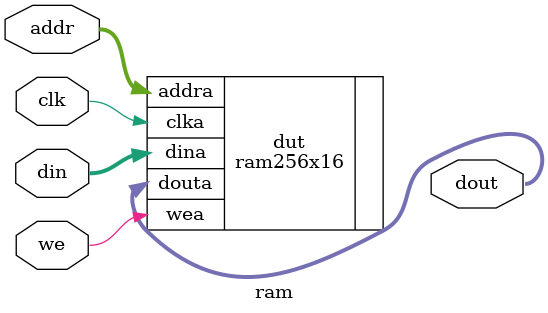
<source format=v>
`timescale 1ns / 1ps
module ram(
    input clk,
    input we,
    input [7:0] addr,
    input [15:0] din,
    output [15:0] dout
    );

ram256x16 dut (
  .clka(clk), // input clka
  .wea(we), // input [0 : 0] wea
  .addra(addr), // input [7 : 0] addra
  .dina(din), // input [15 : 0] dina
  .douta(dout) // output [15 : 0] douta
);

endmodule

</source>
